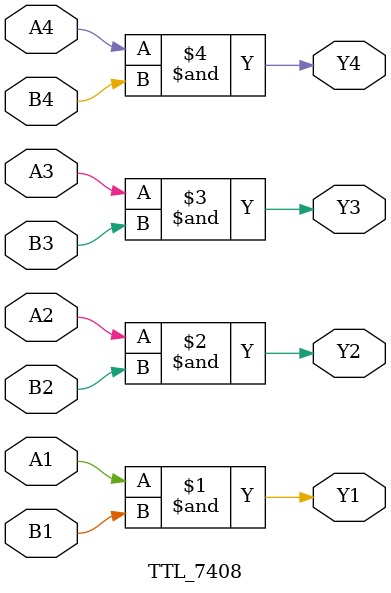
<source format=v>

`timescale 1ns/10ps

module TTL_7408 (
   input  A1, B1,     // Unit A
   output Y1,
   input  A2, B2,     // Unit B
   output Y2,
   input  A3, B3,     // Unit C
   output Y3,
   input  A4, B4,     // Unit D
   output Y4
   );

   and #(0:8:15, 0:10:20) (Y1, A1, B1);
   and #(0:8:15, 0:10:20) (Y2, A2, B2);
   and #(0:8:15, 0:10:20) (Y3, A3, B3);
   and #(0:8:15, 0:10:20) (Y4, A4, B4);
endmodule


</source>
